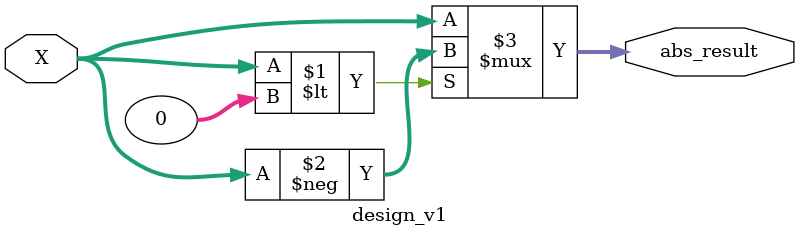
<source format=sv>
module design_v1 (
    input signed [7:0] X,
    output [7:0] abs_result
);

    // Combinational: full comparison and conditional negation
    assign abs_result = (X < 0) ? (-X) : X;

endmodule
</source>
